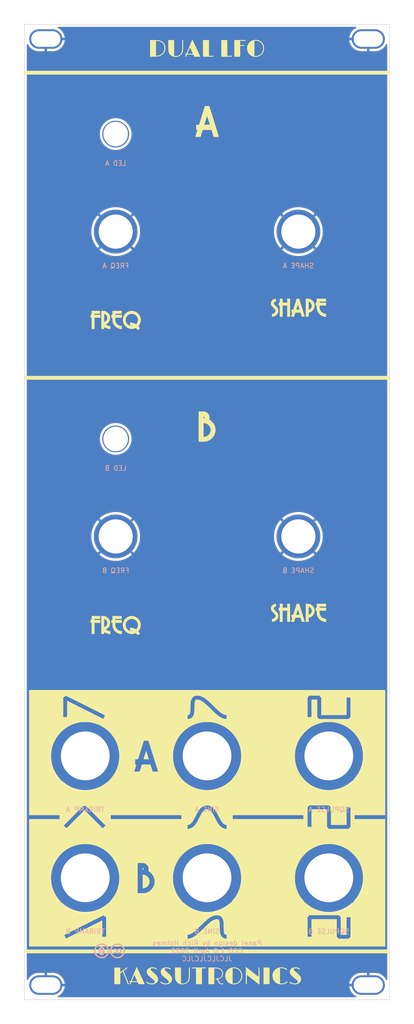
<source format=kicad_pcb>
(kicad_pcb (version 20211014) (generator pcbnew)
  (layers (0 "F.Cu" signal) (31 "B.Cu" signal) (34 "B.Paste" user) (35 "F.Paste" user) (36 "B.SilkS" user "B.Silkscreen") (37 "F.SilkS" user "F.Silkscreen") (38 "B.Mask" user) (39 "F.Mask" user) (44 "Edge.Cuts" user))
  (net 0 "")
  (net 1 "GND")
  (footprint "Kosmo_panel:Kosmo_Panel_Dual_Slotted_Mounting_Holes" (layer "F.Cu") (at 88.1 10.6 180)
    (fp_text reference "H14" hide)
    (fp_text value "Mounting_Holes")
    (pad "1" thru_hole oval locked (at 1.4 -194 180) (size 6.8 4) (drill oval 6 3.2) (layers *.Cu *.Mask) (net 1 "GND"))
    (pad "1" thru_hole oval locked (at 1.4 0 180) (size 6.8 4) (drill oval 6 3.2) (layers *.Cu *.Mask) (net 1 "GND"))
  )
  (footprint "Kosmo_panel:Kosmo_Pot_Hole" (layer "F.Cu") (at 34.85 50.1)
    (fp_text reference "H3" hide)
    (fp_text value "Pot_Hole")
    (pad "1" thru_hole circle locked (at 0 0) (size 9 9) (drill 7) (layers *.Cu *.Mask) (net 1 "GND"))
  )
  (footprint "Kosmo_panel:Kosmo_Jack_Hole" (layer "F.Cu") (at 28.6 157.6)
    (fp_text reference "H1" hide)
    (fp_text value "Jack_Hole")
    (pad "1" thru_hole circle locked (at 0 0) (size 14 14) (drill 10) (layers *.Cu *.Mask) (net 1 "GND"))
  )
  (footprint "Kosmo_panel:Kosmo_Panel_Dual_Slotted_Mounting_Holes" (layer "F.Cu") (at 19.1 204.6)
    (fp_text reference "H13" hide)
    (fp_text value "Mounting_Holes")
    (pad "1" thru_hole oval locked (at 1.4 0) (size 6.8 4) (drill oval 6 3.2) (layers *.Cu *.Mask) (net 1 "GND"))
    (pad "1" thru_hole oval locked (at 1.4 -194) (size 6.8 4) (drill oval 6 3.2) (layers *.Cu *.Mask) (net 1 "GND"))
  )
  (footprint "Kosmo_panel:Kosmo_LED_Hole" (layer "F.Cu") (at 34.85 30.1)
    (fp_text reference "H11" hide)
    (fp_text value "Led_Hole")
    (pad "1" thru_hole circle locked (at 0 0) (size 5.5 5.5) (drill 5) (layers *.Cu *.Mask))
  )
  (footprint "Kosmo_panel:Kosmo_Jack_Hole" (layer "F.Cu") (at 28.6 182.6)
    (fp_text reference "H2" hide)
    (fp_text value "Jack_Hole")
    (pad "1" thru_hole circle locked (at 0 0) (size 14 14) (drill 10) (layers *.Cu *.Mask) (net 1 "GND"))
  )
  (footprint "Kosmo_panel:Kosmo_Jack_Hole" (layer "F.Cu") (at 53.6 157.6)
    (fp_text reference "H5" hide)
    (fp_text value "Jack_Hole")
    (pad "1" thru_hole circle locked (at 0 0) (size 14 14) (drill 10) (layers *.Cu *.Mask) (net 1 "GND"))
  )
  (footprint "Kosmo_panel:Kosmo_Jack_Hole" (layer "F.Cu") (at 53.6 182.6)
    (fp_text reference "H6" hide)
    (fp_text value "Jack_Hole")
    (pad "1" thru_hole circle locked (at 0 0) (size 14 14) (drill 10) (layers *.Cu *.Mask) (net 1 "GND"))
  )
  (footprint "Kosmo_panel:Kosmo_Jack_Hole" (layer "F.Cu") (at 78.6 157.6)
    (fp_text reference "H9" hide)
    (fp_text value "Jack_Hole")
    (pad "1" thru_hole circle locked (at 0 0) (size 14 14) (drill 10) (layers *.Cu *.Mask) (net 1 "GND"))
  )
  (footprint "Kosmo_panel:Kosmo_Jack_Hole" (layer "F.Cu") (at 78.6 182.6)
    (fp_text reference "H10" hide)
    (fp_text value "Jack_Hole")
    (pad "1" thru_hole circle locked (at 0 0) (size 14 14) (drill 10) (layers *.Cu *.Mask) (net 1 "GND"))
  )
  (footprint "Kosmo_panel:Kosmo_Pot_Hole" (layer "F.Cu") (at 72.35 112.6)
    (fp_text reference "H4" hide)
    (fp_text value "Pot_Hole")
    (pad "1" thru_hole circle locked (at 0 0) (size 9 9) (drill 7) (layers *.Cu *.Mask) (net 1 "GND"))
  )
  (footprint "kdlfo_panel:kdlfo_panel_holes" (layer "F.Cu") (at 53.6 107.6)
    (fp_text reference "GRAF1" hide)
    (fp_text value "Holes" hide)
  )
  (footprint "Kosmo_panel:Kosmo_Pot_Hole" (layer "F.Cu") (at 72.35 50.1)
    (fp_text reference "H8" hide)
    (fp_text value "Pot_Hole")
    (pad "1" thru_hole circle locked (at 0 0) (size 9 9) (drill 7) (layers *.Cu *.Mask) (net 1 "GND"))
  )
  (footprint "kdlfo_panel:kdlfo_panel_art" (layer "F.Cu") (at 53.6 107.6)
    (fp_text reference "GRAF2" hide)
    (fp_text value "Art" hide)
  )
  (footprint "Kosmo_panel:Kosmo_LED_Hole" (layer "F.Cu") (at 34.85 92.6)
    (fp_text reference "H12" hide)
    (fp_text value "Led_Hole")
    (pad "1" thru_hole circle locked (at 0 0) (size 5.5 5.5) (drill 5) (layers *.Cu *.Mask))
  )
  (footprint "Kosmo_panel:Kosmo_Pot_Hole" (layer "F.Cu") (at 34.85 112.6)
    (fp_text reference "H7" hide)
    (fp_text value "Pot_Hole")
    (pad "1" thru_hole circle locked (at 0 0) (size 9 9) (drill 7) (layers *.Cu *.Mask) (net 1 "GND"))
  )
  (footprint "ao_tht:CC0_logo" (layer "B.Cu") (at 33.6 197.6 180)
    (fp_text reference "GRAF3" hide)
    (fp_text value "CC0 logo" hide)
  )
  (gr_line (start 16.1 207.6) (end 91.1 207.6) (layer "Edge.Cuts") (width 0.1))
  (gr_line (start 91.1 7.6) (end 16.1 7.6) (layer "Edge.Cuts") (width 0.1))
  (gr_line (start 16.1 7.6) (end 16.1 207.6) (layer "Edge.Cuts") (width 0.1))
  (gr_line (start 91.1 207.6) (end 91.1 7.6) (layer "Edge.Cuts") (width 0.1))
  (gr_text "TRIRAMP B" (at 28.6 193.6) (layer "B.SilkS") (effects (font (size 1 1)) (justify mirror)))
  (gr_text "FREQ A" (at 34.85 57.1) (layer "B.SilkS") (effects (font (size 1 1)) (justify mirror)))
  (gr_text "LED A" (at 34.85 36.1) (layer "B.SilkS") (effects (font (size 1 1)) (justify mirror)))
  (gr_text "SHAPE B" (at 72.35 119.6) (layer "B.SilkS") (effects (font (size 1 1)) (justify mirror)))
  (gr_text "SQPULSE B" (at 78.6 193.6) (layer "B.SilkS") (effects (font (size 1 1)) (justify mirror)))
  (gr_text "LED B" (at 34.85 98.6) (layer "B.SilkS") (effects (font (size 1 1)) (justify mirror)))
  (gr_text "SINE A" (at 53.6 168.6) (layer "B.SilkS") (effects (font (size 1 1)) (justify mirror)))
  (gr_text "SHAPE A" (at 72.35 57.1) (layer "B.SilkS") (effects (font (size 1 1)) (justify mirror)))
  (gr_text "Panel design by Rich Holmes\nCC0 1.0 April 2022\nJLCJLCJLCJLC" (at 53.6 197.6) (layer "B.SilkS") (effects (font (size 1 1)) (justify mirror)))
  (gr_text "TRIRAMP A" (at 28.6 168.6) (layer "B.SilkS") (effects (font (size 1 1)) (justify mirror)))
  (gr_text "SQPULSE A" (at 78.6 168.6) (layer "B.SilkS") (effects (font (size 1 1)) (justify mirror)))
  (gr_text "FREQ B" (at 34.85 119.6) (layer "B.SilkS") (effects (font (size 1 1)) (justify mirror)))
  (gr_text "SINE B" (at 53.6 193.6) (layer "B.SilkS") (effects (font (size 1 1)) (justify mirror)))
  (zone (net 1) (net_name "GND") (layer "F.Cu") (connect_pads (clearance 0.508)) (min_thickness 0.254) (fill yes (thermal_gap 0.508) (thermal_bridge_width 0.508))
    (polygon (pts (xy 96.1 212.6) (xy 11.1 212.6) (xy 11.1 2.6) (xy 96.1 2.6)))
  )
  (zone (net 1) (net_name "GND") (layer "B.Cu") (connect_pads (clearance 0.508)) (min_thickness 0.254) (fill yes (thermal_gap 0.508) (thermal_bridge_width 0.508))
    (polygon (pts (xy 96.1 212.6) (xy 11.1 212.6) (xy 11.1 2.6) (xy 96.1 2.6)))
  )
)
</source>
